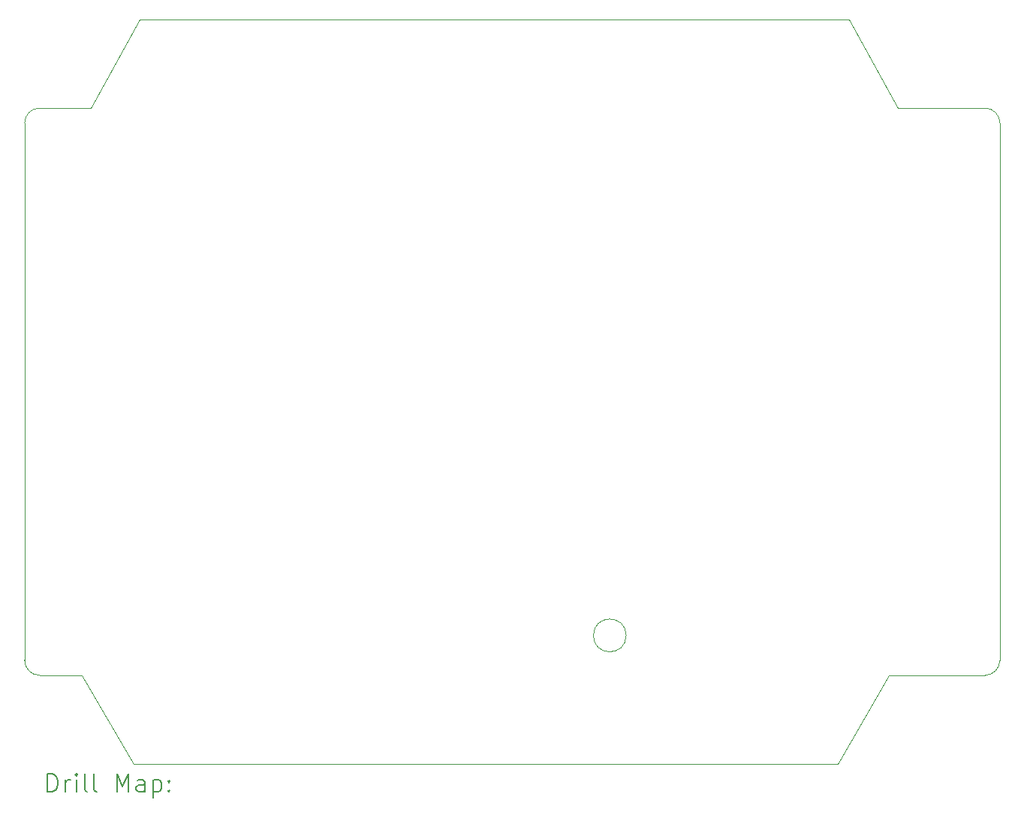
<source format=gbr>
%TF.GenerationSoftware,KiCad,Pcbnew,9.0.4*%
%TF.CreationDate,2025-09-11T10:43:26+07:00*%
%TF.ProjectId,BreakoutBoard,42726561-6b6f-4757-9442-6f6172642e6b,rev?*%
%TF.SameCoordinates,Original*%
%TF.FileFunction,Drillmap*%
%TF.FilePolarity,Positive*%
%FSLAX45Y45*%
G04 Gerber Fmt 4.5, Leading zero omitted, Abs format (unit mm)*
G04 Created by KiCad (PCBNEW 9.0.4) date 2025-09-11 10:43:26*
%MOMM*%
%LPD*%
G01*
G04 APERTURE LIST*
%ADD10C,0.038100*%
%ADD11C,0.200000*%
G04 APERTURE END LIST*
D10*
X10526923Y-11900000D02*
X18473077Y-11900000D01*
X20300000Y-10730000D02*
X20300000Y-4670000D01*
X18600000Y-3500000D02*
X19150000Y-4500000D01*
X18473077Y-11900000D02*
X19050000Y-10900000D01*
X10600000Y-3500000D02*
X18600000Y-3500000D01*
X16085000Y-10450000D02*
G75*
G02*
X15715000Y-10450000I-185000J0D01*
G01*
X15715000Y-10450000D02*
G75*
G02*
X16085000Y-10450000I185000J0D01*
G01*
X10050000Y-4500000D02*
X9470000Y-4500000D01*
X20130000Y-4500000D02*
G75*
G02*
X20300000Y-4670000I0J-170000D01*
G01*
X9470000Y-10900000D02*
G75*
G02*
X9300000Y-10730000I0J170000D01*
G01*
X9470000Y-10900000D02*
X9950000Y-10900000D01*
X9300000Y-4670000D02*
X9300000Y-10730000D01*
X9950000Y-10900000D02*
X10526923Y-11900000D01*
X20300000Y-10730000D02*
G75*
G02*
X20130000Y-10900000I-170000J0D01*
G01*
X9300000Y-4670000D02*
G75*
G02*
X9470000Y-4500000I170000J0D01*
G01*
X20130000Y-4500000D02*
X19150000Y-4500000D01*
X19050000Y-10900000D02*
X20130000Y-10900000D01*
X10050000Y-4500000D02*
X10600000Y-3500000D01*
D11*
X9558872Y-12213389D02*
X9558872Y-12013389D01*
X9558872Y-12013389D02*
X9606491Y-12013389D01*
X9606491Y-12013389D02*
X9635062Y-12022913D01*
X9635062Y-12022913D02*
X9654110Y-12041960D01*
X9654110Y-12041960D02*
X9663634Y-12061008D01*
X9663634Y-12061008D02*
X9673158Y-12099103D01*
X9673158Y-12099103D02*
X9673158Y-12127674D01*
X9673158Y-12127674D02*
X9663634Y-12165770D01*
X9663634Y-12165770D02*
X9654110Y-12184817D01*
X9654110Y-12184817D02*
X9635062Y-12203865D01*
X9635062Y-12203865D02*
X9606491Y-12213389D01*
X9606491Y-12213389D02*
X9558872Y-12213389D01*
X9758872Y-12213389D02*
X9758872Y-12080055D01*
X9758872Y-12118151D02*
X9768396Y-12099103D01*
X9768396Y-12099103D02*
X9777919Y-12089579D01*
X9777919Y-12089579D02*
X9796967Y-12080055D01*
X9796967Y-12080055D02*
X9816015Y-12080055D01*
X9882681Y-12213389D02*
X9882681Y-12080055D01*
X9882681Y-12013389D02*
X9873158Y-12022913D01*
X9873158Y-12022913D02*
X9882681Y-12032436D01*
X9882681Y-12032436D02*
X9892205Y-12022913D01*
X9892205Y-12022913D02*
X9882681Y-12013389D01*
X9882681Y-12013389D02*
X9882681Y-12032436D01*
X10006491Y-12213389D02*
X9987443Y-12203865D01*
X9987443Y-12203865D02*
X9977919Y-12184817D01*
X9977919Y-12184817D02*
X9977919Y-12013389D01*
X10111253Y-12213389D02*
X10092205Y-12203865D01*
X10092205Y-12203865D02*
X10082681Y-12184817D01*
X10082681Y-12184817D02*
X10082681Y-12013389D01*
X10339824Y-12213389D02*
X10339824Y-12013389D01*
X10339824Y-12013389D02*
X10406491Y-12156246D01*
X10406491Y-12156246D02*
X10473158Y-12013389D01*
X10473158Y-12013389D02*
X10473158Y-12213389D01*
X10654110Y-12213389D02*
X10654110Y-12108627D01*
X10654110Y-12108627D02*
X10644586Y-12089579D01*
X10644586Y-12089579D02*
X10625539Y-12080055D01*
X10625539Y-12080055D02*
X10587443Y-12080055D01*
X10587443Y-12080055D02*
X10568396Y-12089579D01*
X10654110Y-12203865D02*
X10635062Y-12213389D01*
X10635062Y-12213389D02*
X10587443Y-12213389D01*
X10587443Y-12213389D02*
X10568396Y-12203865D01*
X10568396Y-12203865D02*
X10558872Y-12184817D01*
X10558872Y-12184817D02*
X10558872Y-12165770D01*
X10558872Y-12165770D02*
X10568396Y-12146722D01*
X10568396Y-12146722D02*
X10587443Y-12137198D01*
X10587443Y-12137198D02*
X10635062Y-12137198D01*
X10635062Y-12137198D02*
X10654110Y-12127674D01*
X10749348Y-12080055D02*
X10749348Y-12280055D01*
X10749348Y-12089579D02*
X10768396Y-12080055D01*
X10768396Y-12080055D02*
X10806491Y-12080055D01*
X10806491Y-12080055D02*
X10825539Y-12089579D01*
X10825539Y-12089579D02*
X10835062Y-12099103D01*
X10835062Y-12099103D02*
X10844586Y-12118151D01*
X10844586Y-12118151D02*
X10844586Y-12175293D01*
X10844586Y-12175293D02*
X10835062Y-12194341D01*
X10835062Y-12194341D02*
X10825539Y-12203865D01*
X10825539Y-12203865D02*
X10806491Y-12213389D01*
X10806491Y-12213389D02*
X10768396Y-12213389D01*
X10768396Y-12213389D02*
X10749348Y-12203865D01*
X10930300Y-12194341D02*
X10939824Y-12203865D01*
X10939824Y-12203865D02*
X10930300Y-12213389D01*
X10930300Y-12213389D02*
X10920777Y-12203865D01*
X10920777Y-12203865D02*
X10930300Y-12194341D01*
X10930300Y-12194341D02*
X10930300Y-12213389D01*
X10930300Y-12089579D02*
X10939824Y-12099103D01*
X10939824Y-12099103D02*
X10930300Y-12108627D01*
X10930300Y-12108627D02*
X10920777Y-12099103D01*
X10920777Y-12099103D02*
X10930300Y-12089579D01*
X10930300Y-12089579D02*
X10930300Y-12108627D01*
M02*

</source>
